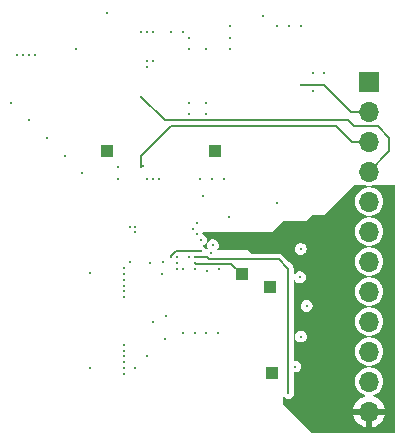
<source format=gbr>
%TF.GenerationSoftware,KiCad,Pcbnew,8.0.4*%
%TF.CreationDate,2024-08-13T22:52:30+08:00*%
%TF.ProjectId,MAX30001_MINI,4d415833-3030-4303-915f-4d494e492e6b,rev?*%
%TF.SameCoordinates,Original*%
%TF.FileFunction,Copper,L3,Inr*%
%TF.FilePolarity,Positive*%
%FSLAX46Y46*%
G04 Gerber Fmt 4.6, Leading zero omitted, Abs format (unit mm)*
G04 Created by KiCad (PCBNEW 8.0.4) date 2024-08-13 22:52:30*
%MOMM*%
%LPD*%
G01*
G04 APERTURE LIST*
%TA.AperFunction,ComponentPad*%
%ADD10R,1.000000X1.000000*%
%TD*%
%TA.AperFunction,ComponentPad*%
%ADD11R,1.700000X1.700000*%
%TD*%
%TA.AperFunction,ComponentPad*%
%ADD12O,1.700000X1.700000*%
%TD*%
%TA.AperFunction,ViaPad*%
%ADD13C,0.300000*%
%TD*%
%TA.AperFunction,ViaPad*%
%ADD14C,0.200000*%
%TD*%
%TA.AperFunction,Conductor*%
%ADD15C,0.200000*%
%TD*%
G04 APERTURE END LIST*
D10*
%TO.N,Net-(C8-Pad2)*%
%TO.C,TP3*%
X192582800Y-134416800D03*
%TD*%
%TO.N,Net-(C9-Pad2)*%
%TO.C,TP4*%
X192379600Y-127152400D03*
%TD*%
D11*
%TO.N,3V3_D*%
%TO.C,J4*%
X200787000Y-109728000D03*
D12*
%TO.N,GNDD*%
X200787000Y-112268000D03*
%TO.N,1V8_A*%
X200787000Y-114808000D03*
%TO.N,GNDA*%
X200787000Y-117348000D03*
%TO.N,Net-(J4-Pin_5)*%
X200787000Y-119888000D03*
%TO.N,Net-(J4-Pin_6)*%
X200787000Y-122428000D03*
%TO.N,Net-(J4-Pin_7)*%
X200787000Y-124968000D03*
%TO.N,Net-(J4-Pin_8)*%
X200787000Y-127508000D03*
%TO.N,Net-(J4-Pin_9)*%
X200787000Y-130048000D03*
%TO.N,Net-(J4-Pin_10)*%
X200787000Y-132588000D03*
%TO.N,5V0_IN*%
X200787000Y-135128000D03*
%TO.N,GND*%
X200787000Y-137668000D03*
%TD*%
D10*
%TO.N,Net-(JP8-A)*%
%TO.C,TP1*%
X187706000Y-115570000D03*
%TD*%
%TO.N,Net-(U2-AOUT)*%
%TO.C,TP2*%
X190000000Y-126034800D03*
%TD*%
%TO.N,Net-(JP9-A)*%
%TO.C,TP5*%
X178562000Y-115570000D03*
%TD*%
D13*
%TO.N,GNDA*%
X179500000Y-117000000D03*
X179500000Y-118000000D03*
%TO.N,GND*%
X191000000Y-124000000D03*
X194500000Y-132500000D03*
X194500000Y-129500000D03*
X194500000Y-130500000D03*
X196000000Y-122000000D03*
X195000000Y-122000000D03*
X202500000Y-139000000D03*
X197500000Y-139000000D03*
X196000000Y-139000000D03*
X195000000Y-138000000D03*
%TO.N,BIP*%
X177164400Y-133959600D03*
%TO.N,BIN*%
X177164400Y-125933200D03*
%TO.N,GNDD*%
X185500000Y-106000000D03*
X185000000Y-105500000D03*
X184000000Y-105500000D03*
X187000000Y-107000000D03*
X185500000Y-107000000D03*
X185500000Y-111500000D03*
X185500000Y-112500000D03*
X187000000Y-112500000D03*
X187000000Y-111500000D03*
X196000000Y-110500000D03*
X196000000Y-109000000D03*
X197000000Y-109000000D03*
X195000000Y-105000000D03*
X194000000Y-105000000D03*
X193000000Y-105000000D03*
X189000000Y-107000000D03*
X189000000Y-106000000D03*
X189000000Y-105000000D03*
X186500000Y-118000000D03*
X187500000Y-118000000D03*
X188500000Y-118000000D03*
X195000000Y-110000000D03*
%TO.N,GNDA*%
X181000000Y-134000000D03*
X183500000Y-131500000D03*
X182000000Y-133000000D03*
X176500000Y-117500000D03*
X175000000Y-116000000D03*
X173500000Y-114500000D03*
X172000000Y-113000000D03*
X170500000Y-111500000D03*
X176000000Y-107000000D03*
X182000000Y-108500000D03*
X182000000Y-108000000D03*
X182500000Y-108000000D03*
X182500000Y-105500000D03*
X182000000Y-105500000D03*
X181500000Y-105500000D03*
X171000000Y-107500000D03*
X171500000Y-107500000D03*
X172000000Y-107500000D03*
X172500000Y-107500000D03*
X182500000Y-118000000D03*
X180500000Y-122000000D03*
X181000000Y-122500000D03*
X181000000Y-122000000D03*
X180000000Y-134500000D03*
X180000000Y-134000000D03*
X180000000Y-133500000D03*
X180000000Y-133000000D03*
X180000000Y-132500000D03*
X180000000Y-132000000D03*
X180000000Y-128000000D03*
X180000000Y-127500000D03*
X180000000Y-127000000D03*
X180000000Y-126500000D03*
X180000000Y-126000000D03*
X180000000Y-125500000D03*
X185000000Y-131000000D03*
X186000000Y-131000000D03*
X187000000Y-131000000D03*
X188000000Y-131000000D03*
X183000000Y-118000000D03*
X182000000Y-118000000D03*
X180500000Y-125000000D03*
X181500000Y-111000000D03*
%TO.N,1V8_A*%
X181610000Y-116855000D03*
%TO.N,GNDD*%
X186690000Y-119380000D03*
D14*
X184556400Y-125120400D03*
D13*
%TO.N,Net-(U2-VREF)*%
X187401200Y-124256800D03*
%TO.N,INT2B*%
X194513200Y-133858000D03*
%TO.N,SDO*%
X195013200Y-131318000D03*
%TO.N,SDI*%
X195485154Y-128720306D03*
%TO.N,SCLK*%
X194919602Y-126282131D03*
%TO.N,CSB*%
X194989257Y-123901214D03*
D14*
%TO.N,Net-(U2-AOUT)*%
X186039000Y-125111000D03*
D13*
%TO.N,INTB*%
X193954398Y-136093200D03*
%TO.N,CSB*%
X186183956Y-121714207D03*
D14*
%TO.N,1V8_A*%
X184048400Y-124612400D03*
X186537600Y-124104400D03*
D13*
%TO.N,INT2B*%
X187553600Y-123596396D03*
D14*
%TO.N,INTB*%
X186047029Y-124610463D03*
D13*
%TO.N,SDO*%
X186537590Y-123145752D03*
%TO.N,SDI*%
X186182000Y-122659948D03*
%TO.N,SCLK*%
X185831802Y-122179402D03*
%TO.N,Net-(U2-VCM)*%
X188053600Y-125620400D03*
X182270400Y-125069600D03*
D14*
%TO.N,GNDA*%
X185064400Y-125577600D03*
D13*
%TO.N,FCLK*%
X193000000Y-120000000D03*
%TO.N,3V3_D*%
X188925194Y-121156781D03*
%TO.N,BIP*%
X182524400Y-130107455D03*
%TO.N,BIN*%
X183557055Y-129607455D03*
D14*
%TO.N,Net-(U2-CAPN)*%
X184556400Y-125628400D03*
D13*
%TO.N,Net-(U2-CAPP)*%
X183235600Y-126026800D03*
%TO.N,Net-(U2-CPLL)*%
X183368089Y-124976000D03*
%TO.N,Net-(U2-VBG)*%
X187022405Y-125737512D03*
D14*
%TO.N,3V3_D*%
X185541326Y-124609769D03*
%TO.N,FCLK*%
X184536984Y-124613655D03*
D13*
%TO.N,5V0_IN*%
X191770000Y-104140000D03*
X178562000Y-103886000D03*
D14*
%TO.N,RBIAS*%
X186029600Y-125628400D03*
%TD*%
D15*
%TO.N,GNDD*%
X200787000Y-112268000D02*
X199268000Y-112268000D01*
X199268000Y-112268000D02*
X197000000Y-110000000D01*
X197000000Y-110000000D02*
X195000000Y-110000000D01*
%TO.N,Net-(U2-AOUT)*%
X186084800Y-125156800D02*
X189122000Y-125156800D01*
X186039000Y-125111000D02*
X186084800Y-125156800D01*
X189122000Y-125156800D02*
X190000000Y-126034800D01*
%TO.N,GNDA*%
X200787000Y-117348000D02*
X202500000Y-115635000D01*
X201500000Y-113500000D02*
X199500000Y-113500000D01*
X199000000Y-113000000D02*
X183500000Y-113000000D01*
X202500000Y-114500000D02*
X201500000Y-113500000D01*
X202500000Y-115635000D02*
X202500000Y-114500000D01*
X199500000Y-113500000D02*
X199000000Y-113000000D01*
X183500000Y-113000000D02*
X181500000Y-111000000D01*
%TO.N,1V8_A*%
X199308000Y-114808000D02*
X198000000Y-113500000D01*
X200787000Y-114808000D02*
X199308000Y-114808000D01*
X181500000Y-116000000D02*
X181500000Y-116965000D01*
X198000000Y-113500000D02*
X184000000Y-113500000D01*
X184000000Y-113500000D02*
X181500000Y-116000000D01*
X181500000Y-116965000D02*
X181610000Y-116855000D01*
%TO.N,INTB*%
X193149600Y-124756800D02*
X193954398Y-125561598D01*
X193954398Y-125561598D02*
X193954398Y-136093200D01*
X187047756Y-124610463D02*
X187194093Y-124756800D01*
X187194093Y-124756800D02*
X193149600Y-124756800D01*
X186047029Y-124610463D02*
X187047756Y-124610463D01*
%TO.N,1V8_A*%
X186537600Y-124104400D02*
X184445198Y-124104400D01*
X184445198Y-124104400D02*
X184048400Y-124501198D01*
X184048400Y-124501198D02*
X184048400Y-124612400D01*
%TD*%
%TA.AperFunction,Conductor*%
%TO.N,GND*%
G36*
X200445936Y-118503308D02*
G01*
X200457060Y-118507618D01*
X200675757Y-118548500D01*
X200675759Y-118548500D01*
X200898241Y-118548500D01*
X200898243Y-118548500D01*
X201116940Y-118507618D01*
X201128063Y-118503308D01*
X201145763Y-118500000D01*
X202951000Y-118500000D01*
X202985648Y-118514352D01*
X203000000Y-118549000D01*
X203000000Y-139451000D01*
X202985648Y-139485648D01*
X202951000Y-139500000D01*
X196020296Y-139500000D01*
X195985648Y-139485648D01*
X193917999Y-137417999D01*
X199456363Y-137417999D01*
X199456364Y-137418000D01*
X200353988Y-137418000D01*
X200321075Y-137475007D01*
X200287000Y-137602174D01*
X200287000Y-137733826D01*
X200321075Y-137860993D01*
X200353988Y-137918000D01*
X199456363Y-137918000D01*
X199513566Y-138131483D01*
X199513568Y-138131488D01*
X199613398Y-138345577D01*
X199613405Y-138345589D01*
X199748885Y-138539072D01*
X199748891Y-138539079D01*
X199915920Y-138706108D01*
X199915927Y-138706114D01*
X200109410Y-138841594D01*
X200109422Y-138841601D01*
X200323511Y-138941431D01*
X200323516Y-138941433D01*
X200537000Y-138998634D01*
X200537000Y-138101012D01*
X200594007Y-138133925D01*
X200721174Y-138168000D01*
X200852826Y-138168000D01*
X200979993Y-138133925D01*
X201037000Y-138101012D01*
X201037000Y-138998634D01*
X201250483Y-138941433D01*
X201250488Y-138941431D01*
X201464577Y-138841601D01*
X201464589Y-138841594D01*
X201658072Y-138706114D01*
X201658079Y-138706108D01*
X201825108Y-138539079D01*
X201825114Y-138539072D01*
X201960594Y-138345589D01*
X201960601Y-138345577D01*
X202060431Y-138131488D01*
X202060433Y-138131483D01*
X202117636Y-137918000D01*
X201220012Y-137918000D01*
X201252925Y-137860993D01*
X201287000Y-137733826D01*
X201287000Y-137602174D01*
X201252925Y-137475007D01*
X201220012Y-137418000D01*
X202117636Y-137418000D01*
X202117636Y-137417999D01*
X202060433Y-137204516D01*
X202060432Y-137204511D01*
X201960601Y-136990423D01*
X201960594Y-136990411D01*
X201825114Y-136796927D01*
X201825108Y-136796920D01*
X201658079Y-136629891D01*
X201658072Y-136629885D01*
X201464589Y-136494405D01*
X201464577Y-136494398D01*
X201250488Y-136394568D01*
X201250483Y-136394566D01*
X201153255Y-136368514D01*
X201123502Y-136345684D01*
X201118607Y-136308502D01*
X201141437Y-136278749D01*
X201148226Y-136275497D01*
X201324401Y-136207247D01*
X201513562Y-136090124D01*
X201677981Y-135940236D01*
X201812058Y-135762689D01*
X201911229Y-135563528D01*
X201972115Y-135349536D01*
X201992643Y-135128000D01*
X201972115Y-134906464D01*
X201911229Y-134692472D01*
X201812058Y-134493311D01*
X201710253Y-134358499D01*
X201677983Y-134315766D01*
X201677980Y-134315763D01*
X201513566Y-134165879D01*
X201513563Y-134165877D01*
X201513562Y-134165876D01*
X201324401Y-134048753D01*
X201324398Y-134048752D01*
X201324397Y-134048751D01*
X201199727Y-134000454D01*
X201116940Y-133968382D01*
X200898243Y-133927500D01*
X200675757Y-133927500D01*
X200457060Y-133968382D01*
X200457055Y-133968384D01*
X200249602Y-134048751D01*
X200060433Y-134165879D01*
X199896019Y-134315763D01*
X199896016Y-134315766D01*
X199761943Y-134493309D01*
X199761940Y-134493313D01*
X199662773Y-134692466D01*
X199662770Y-134692473D01*
X199601885Y-134906461D01*
X199601884Y-134906467D01*
X199581357Y-135128000D01*
X199601884Y-135349532D01*
X199601885Y-135349538D01*
X199662770Y-135563526D01*
X199662773Y-135563533D01*
X199761940Y-135762686D01*
X199761943Y-135762690D01*
X199896016Y-135940233D01*
X199896019Y-135940236D01*
X200060433Y-136090120D01*
X200060434Y-136090121D01*
X200060438Y-136090124D01*
X200249599Y-136207247D01*
X200425763Y-136275493D01*
X200452887Y-136301392D01*
X200453753Y-136338885D01*
X200427854Y-136366009D01*
X200420744Y-136368514D01*
X200323516Y-136394566D01*
X200323511Y-136394567D01*
X200109423Y-136494398D01*
X200109411Y-136494405D01*
X199915927Y-136629885D01*
X199915920Y-136629891D01*
X199748891Y-136796920D01*
X199748885Y-136796927D01*
X199613405Y-136990411D01*
X199613398Y-136990423D01*
X199513567Y-137204511D01*
X199513566Y-137204516D01*
X199456363Y-137417999D01*
X193917999Y-137417999D01*
X193514352Y-137014352D01*
X193500000Y-136979704D01*
X193500000Y-136464456D01*
X193514352Y-136429808D01*
X193549000Y-136415456D01*
X193583648Y-136429808D01*
X193586032Y-136432368D01*
X193623270Y-136475343D01*
X193744345Y-136553153D01*
X193821183Y-136575714D01*
X193882432Y-136593699D01*
X193882435Y-136593699D01*
X193882437Y-136593700D01*
X193882438Y-136593700D01*
X194026358Y-136593700D01*
X194026359Y-136593700D01*
X194026361Y-136593699D01*
X194026363Y-136593699D01*
X194049193Y-136586995D01*
X194164451Y-136553153D01*
X194285526Y-136475343D01*
X194379775Y-136366573D01*
X194439563Y-136235657D01*
X194439563Y-136235655D01*
X194439564Y-136235654D01*
X194460045Y-136093202D01*
X194460045Y-136093197D01*
X194439563Y-135950744D01*
X194439563Y-135950742D01*
X194409326Y-135884532D01*
X194404898Y-135864177D01*
X194404898Y-134407500D01*
X194419250Y-134372852D01*
X194453898Y-134358500D01*
X194585160Y-134358500D01*
X194585161Y-134358500D01*
X194585163Y-134358499D01*
X194585165Y-134358499D01*
X194607995Y-134351795D01*
X194723253Y-134317953D01*
X194844328Y-134240143D01*
X194938577Y-134131373D01*
X194998365Y-134000457D01*
X194998365Y-134000455D01*
X194998366Y-134000454D01*
X195018847Y-133858002D01*
X195018847Y-133857997D01*
X194998366Y-133715545D01*
X194976309Y-133667248D01*
X194938577Y-133584627D01*
X194931298Y-133576227D01*
X194844328Y-133475857D01*
X194723253Y-133398047D01*
X194723250Y-133398046D01*
X194585165Y-133357500D01*
X194585161Y-133357500D01*
X194453898Y-133357500D01*
X194419250Y-133343148D01*
X194404898Y-133308500D01*
X194404898Y-132588000D01*
X199581357Y-132588000D01*
X199601884Y-132809532D01*
X199601885Y-132809538D01*
X199662770Y-133023526D01*
X199662773Y-133023533D01*
X199761940Y-133222686D01*
X199761943Y-133222690D01*
X199896016Y-133400233D01*
X199896019Y-133400236D01*
X200060433Y-133550120D01*
X200060434Y-133550121D01*
X200060438Y-133550124D01*
X200249599Y-133667247D01*
X200457060Y-133747618D01*
X200675757Y-133788500D01*
X200675759Y-133788500D01*
X200898241Y-133788500D01*
X200898243Y-133788500D01*
X201116940Y-133747618D01*
X201324401Y-133667247D01*
X201513562Y-133550124D01*
X201677981Y-133400236D01*
X201812058Y-133222689D01*
X201911229Y-133023528D01*
X201972115Y-132809536D01*
X201992643Y-132588000D01*
X201972115Y-132366464D01*
X201911229Y-132152472D01*
X201812058Y-131953311D01*
X201710253Y-131818499D01*
X201677983Y-131775766D01*
X201677980Y-131775763D01*
X201513566Y-131625879D01*
X201513563Y-131625877D01*
X201513562Y-131625876D01*
X201324401Y-131508753D01*
X201324398Y-131508752D01*
X201324397Y-131508751D01*
X201198434Y-131459953D01*
X201116940Y-131428382D01*
X200898243Y-131387500D01*
X200675757Y-131387500D01*
X200457060Y-131428382D01*
X200457055Y-131428384D01*
X200249602Y-131508751D01*
X200060433Y-131625879D01*
X199896019Y-131775763D01*
X199896016Y-131775766D01*
X199761943Y-131953309D01*
X199761940Y-131953313D01*
X199662773Y-132152466D01*
X199662770Y-132152473D01*
X199601885Y-132366461D01*
X199601884Y-132366467D01*
X199581357Y-132588000D01*
X194404898Y-132588000D01*
X194404898Y-131317997D01*
X194507553Y-131317997D01*
X194507553Y-131318002D01*
X194528033Y-131460454D01*
X194546322Y-131500500D01*
X194587823Y-131591373D01*
X194587824Y-131591374D01*
X194587825Y-131591376D01*
X194617722Y-131625879D01*
X194682072Y-131700143D01*
X194803147Y-131777953D01*
X194879985Y-131800514D01*
X194941234Y-131818499D01*
X194941237Y-131818499D01*
X194941239Y-131818500D01*
X194941240Y-131818500D01*
X195085160Y-131818500D01*
X195085161Y-131818500D01*
X195085163Y-131818499D01*
X195085165Y-131818499D01*
X195107995Y-131811795D01*
X195223253Y-131777953D01*
X195344328Y-131700143D01*
X195438577Y-131591373D01*
X195498365Y-131460457D01*
X195498365Y-131460455D01*
X195498366Y-131460454D01*
X195518847Y-131318002D01*
X195518847Y-131317997D01*
X195498366Y-131175545D01*
X195476309Y-131127248D01*
X195438577Y-131044627D01*
X195433940Y-131039276D01*
X195344328Y-130935857D01*
X195223253Y-130858047D01*
X195221537Y-130857543D01*
X195085165Y-130817500D01*
X195085161Y-130817500D01*
X194941239Y-130817500D01*
X194941234Y-130817500D01*
X194803149Y-130858046D01*
X194682071Y-130935857D01*
X194587825Y-131044623D01*
X194587824Y-131044625D01*
X194528033Y-131175545D01*
X194507553Y-131317997D01*
X194404898Y-131317997D01*
X194404898Y-130048000D01*
X199581357Y-130048000D01*
X199601884Y-130269532D01*
X199601885Y-130269538D01*
X199662770Y-130483526D01*
X199662773Y-130483533D01*
X199761940Y-130682686D01*
X199761943Y-130682690D01*
X199896016Y-130860233D01*
X199896019Y-130860236D01*
X200060433Y-131010120D01*
X200060434Y-131010121D01*
X200060438Y-131010124D01*
X200249599Y-131127247D01*
X200457060Y-131207618D01*
X200675757Y-131248500D01*
X200675759Y-131248500D01*
X200898241Y-131248500D01*
X200898243Y-131248500D01*
X201116940Y-131207618D01*
X201324401Y-131127247D01*
X201513562Y-131010124D01*
X201677981Y-130860236D01*
X201812058Y-130682689D01*
X201911229Y-130483528D01*
X201972115Y-130269536D01*
X201992643Y-130048000D01*
X201972115Y-129826464D01*
X201911229Y-129612472D01*
X201812058Y-129413311D01*
X201677981Y-129235764D01*
X201531741Y-129102448D01*
X201513566Y-129085879D01*
X201513563Y-129085877D01*
X201513562Y-129085876D01*
X201324401Y-128968753D01*
X201324398Y-128968752D01*
X201324397Y-128968751D01*
X201220670Y-128928567D01*
X201116940Y-128888382D01*
X200898243Y-128847500D01*
X200675757Y-128847500D01*
X200457060Y-128888382D01*
X200457055Y-128888384D01*
X200249602Y-128968751D01*
X200060433Y-129085879D01*
X199896019Y-129235763D01*
X199896016Y-129235766D01*
X199761943Y-129413309D01*
X199761940Y-129413313D01*
X199662773Y-129612466D01*
X199662770Y-129612473D01*
X199601885Y-129826461D01*
X199601884Y-129826467D01*
X199581357Y-130048000D01*
X194404898Y-130048000D01*
X194404898Y-128720303D01*
X194979507Y-128720303D01*
X194979507Y-128720308D01*
X194999987Y-128862760D01*
X195032089Y-128933052D01*
X195059777Y-128993679D01*
X195059778Y-128993680D01*
X195059779Y-128993682D01*
X195139668Y-129085879D01*
X195154026Y-129102449D01*
X195275101Y-129180259D01*
X195351939Y-129202820D01*
X195413188Y-129220805D01*
X195413191Y-129220805D01*
X195413193Y-129220806D01*
X195413194Y-129220806D01*
X195557114Y-129220806D01*
X195557115Y-129220806D01*
X195557117Y-129220805D01*
X195557119Y-129220805D01*
X195579949Y-129214101D01*
X195695207Y-129180259D01*
X195816282Y-129102449D01*
X195910531Y-128993679D01*
X195970319Y-128862763D01*
X195970319Y-128862761D01*
X195970320Y-128862760D01*
X195990801Y-128720308D01*
X195990801Y-128720303D01*
X195970320Y-128577851D01*
X195965905Y-128568185D01*
X195910531Y-128446933D01*
X195816282Y-128338163D01*
X195695207Y-128260353D01*
X195695204Y-128260352D01*
X195557119Y-128219806D01*
X195557115Y-128219806D01*
X195413193Y-128219806D01*
X195413188Y-128219806D01*
X195275103Y-128260352D01*
X195154025Y-128338163D01*
X195059779Y-128446929D01*
X195059778Y-128446931D01*
X194999987Y-128577851D01*
X194979507Y-128720303D01*
X194404898Y-128720303D01*
X194404898Y-127508000D01*
X199581357Y-127508000D01*
X199601884Y-127729532D01*
X199601885Y-127729538D01*
X199662770Y-127943526D01*
X199662773Y-127943533D01*
X199761940Y-128142686D01*
X199761943Y-128142690D01*
X199896016Y-128320233D01*
X199896019Y-128320236D01*
X200060433Y-128470120D01*
X200060434Y-128470121D01*
X200060438Y-128470124D01*
X200249599Y-128587247D01*
X200457060Y-128667618D01*
X200675757Y-128708500D01*
X200675759Y-128708500D01*
X200898241Y-128708500D01*
X200898243Y-128708500D01*
X201116940Y-128667618D01*
X201324401Y-128587247D01*
X201513562Y-128470124D01*
X201677981Y-128320236D01*
X201812058Y-128142689D01*
X201911229Y-127943528D01*
X201972115Y-127729536D01*
X201992643Y-127508000D01*
X201972115Y-127286464D01*
X201911229Y-127072472D01*
X201812058Y-126873311D01*
X201712960Y-126742084D01*
X201677983Y-126695766D01*
X201677980Y-126695763D01*
X201513566Y-126545879D01*
X201513563Y-126545877D01*
X201513562Y-126545876D01*
X201324401Y-126428753D01*
X201324398Y-126428752D01*
X201324397Y-126428751D01*
X201155197Y-126363203D01*
X201116940Y-126348382D01*
X200898243Y-126307500D01*
X200675757Y-126307500D01*
X200457060Y-126348382D01*
X200457055Y-126348384D01*
X200249602Y-126428751D01*
X200060433Y-126545879D01*
X199896019Y-126695763D01*
X199896016Y-126695766D01*
X199761943Y-126873309D01*
X199761940Y-126873313D01*
X199662773Y-127072466D01*
X199662770Y-127072473D01*
X199601885Y-127286461D01*
X199601884Y-127286467D01*
X199581357Y-127508000D01*
X194404898Y-127508000D01*
X194404898Y-126583387D01*
X194419250Y-126548739D01*
X194453898Y-126534387D01*
X194488546Y-126548739D01*
X194491890Y-126552890D01*
X194491930Y-126552856D01*
X194549365Y-126619140D01*
X194588474Y-126664274D01*
X194709549Y-126742084D01*
X194786387Y-126764645D01*
X194847636Y-126782630D01*
X194847639Y-126782630D01*
X194847641Y-126782631D01*
X194847642Y-126782631D01*
X194991562Y-126782631D01*
X194991563Y-126782631D01*
X194991565Y-126782630D01*
X194991567Y-126782630D01*
X195014397Y-126775926D01*
X195129655Y-126742084D01*
X195250730Y-126664274D01*
X195344979Y-126555504D01*
X195404767Y-126424588D01*
X195404767Y-126424586D01*
X195404768Y-126424585D01*
X195425249Y-126282133D01*
X195425249Y-126282128D01*
X195404768Y-126139676D01*
X195396193Y-126120900D01*
X195344979Y-126008758D01*
X195329842Y-125991289D01*
X195250730Y-125899988D01*
X195241059Y-125893773D01*
X195129655Y-125822178D01*
X195127016Y-125821403D01*
X194991567Y-125781631D01*
X194991563Y-125781631D01*
X194847641Y-125781631D01*
X194847636Y-125781631D01*
X194709551Y-125822177D01*
X194709549Y-125822177D01*
X194709549Y-125822178D01*
X194672324Y-125846100D01*
X194588473Y-125899988D01*
X194491930Y-126011406D01*
X194490760Y-126010392D01*
X194464313Y-126028754D01*
X194427406Y-126022095D01*
X194406018Y-125991289D01*
X194404898Y-125980874D01*
X194404898Y-125502286D01*
X194375867Y-125393944D01*
X194375866Y-125393940D01*
X194375866Y-125393941D01*
X194374197Y-125387712D01*
X194374197Y-125387711D01*
X194314887Y-125284984D01*
X193997903Y-124968000D01*
X199581357Y-124968000D01*
X199601884Y-125189532D01*
X199601885Y-125189538D01*
X199662770Y-125403526D01*
X199662773Y-125403533D01*
X199761940Y-125602686D01*
X199761943Y-125602690D01*
X199896016Y-125780233D01*
X199896019Y-125780236D01*
X200060433Y-125930120D01*
X200060434Y-125930121D01*
X200060438Y-125930124D01*
X200249599Y-126047247D01*
X200457060Y-126127618D01*
X200675757Y-126168500D01*
X200675759Y-126168500D01*
X200898241Y-126168500D01*
X200898243Y-126168500D01*
X201116940Y-126127618D01*
X201324401Y-126047247D01*
X201513562Y-125930124D01*
X201677981Y-125780236D01*
X201812058Y-125602689D01*
X201911229Y-125403528D01*
X201972115Y-125189536D01*
X201992643Y-124968000D01*
X201972115Y-124746464D01*
X201911229Y-124532472D01*
X201812058Y-124333311D01*
X201692198Y-124174590D01*
X201677983Y-124155766D01*
X201677980Y-124155763D01*
X201513566Y-124005879D01*
X201513563Y-124005877D01*
X201513562Y-124005876D01*
X201324401Y-123888753D01*
X201324398Y-123888752D01*
X201324397Y-123888751D01*
X201203439Y-123841892D01*
X201116940Y-123808382D01*
X200898243Y-123767500D01*
X200675757Y-123767500D01*
X200457060Y-123808382D01*
X200457055Y-123808384D01*
X200249602Y-123888751D01*
X200060433Y-124005879D01*
X199896019Y-124155763D01*
X199896016Y-124155766D01*
X199761943Y-124333309D01*
X199761940Y-124333313D01*
X199662773Y-124532466D01*
X199662770Y-124532473D01*
X199601885Y-124746461D01*
X199601884Y-124746467D01*
X199581357Y-124968000D01*
X193997903Y-124968000D01*
X193426214Y-124396311D01*
X193323488Y-124337001D01*
X193323486Y-124337000D01*
X193299273Y-124330513D01*
X193269151Y-124322442D01*
X193208911Y-124306300D01*
X193208909Y-124306300D01*
X190826596Y-124306300D01*
X190791948Y-124291948D01*
X190500000Y-124000000D01*
X187973427Y-124000000D01*
X187938779Y-123985648D01*
X187924427Y-123951000D01*
X187936395Y-123918912D01*
X187951733Y-123901211D01*
X194483610Y-123901211D01*
X194483610Y-123901216D01*
X194504090Y-124043668D01*
X194536192Y-124113960D01*
X194563880Y-124174587D01*
X194563881Y-124174588D01*
X194563882Y-124174590D01*
X194607202Y-124224584D01*
X194658129Y-124283357D01*
X194779204Y-124361167D01*
X194856042Y-124383728D01*
X194917291Y-124401713D01*
X194917294Y-124401713D01*
X194917296Y-124401714D01*
X194917297Y-124401714D01*
X195061217Y-124401714D01*
X195061218Y-124401714D01*
X195061220Y-124401713D01*
X195061222Y-124401713D01*
X195084052Y-124395009D01*
X195199310Y-124361167D01*
X195320385Y-124283357D01*
X195414634Y-124174587D01*
X195474422Y-124043671D01*
X195474422Y-124043669D01*
X195474423Y-124043668D01*
X195494904Y-123901216D01*
X195494904Y-123901211D01*
X195474423Y-123758759D01*
X195456554Y-123719633D01*
X195414634Y-123627841D01*
X195396758Y-123607211D01*
X195320385Y-123519071D01*
X195301986Y-123507247D01*
X195199310Y-123441261D01*
X195199307Y-123441260D01*
X195061222Y-123400714D01*
X195061218Y-123400714D01*
X194917296Y-123400714D01*
X194917291Y-123400714D01*
X194779206Y-123441260D01*
X194779204Y-123441260D01*
X194779204Y-123441261D01*
X194741979Y-123465183D01*
X194658128Y-123519071D01*
X194563882Y-123627837D01*
X194563881Y-123627839D01*
X194504090Y-123758759D01*
X194483610Y-123901211D01*
X187951733Y-123901211D01*
X187962529Y-123888751D01*
X187978977Y-123869769D01*
X188038765Y-123738853D01*
X188038765Y-123738851D01*
X188038766Y-123738850D01*
X188059247Y-123596398D01*
X188059247Y-123596393D01*
X188038766Y-123453941D01*
X188022866Y-123419125D01*
X187978977Y-123323023D01*
X187884728Y-123214253D01*
X187763653Y-123136443D01*
X187763650Y-123136442D01*
X187625565Y-123095896D01*
X187625561Y-123095896D01*
X187481639Y-123095896D01*
X187481634Y-123095896D01*
X187343549Y-123136442D01*
X187222471Y-123214253D01*
X187128225Y-123323019D01*
X187128224Y-123323021D01*
X187068433Y-123453941D01*
X187047953Y-123596393D01*
X187047953Y-123596398D01*
X187068434Y-123738851D01*
X187068434Y-123738853D01*
X187099115Y-123806034D01*
X187100454Y-123843513D01*
X187081036Y-123867609D01*
X187070074Y-123874654D01*
X187070072Y-123874656D01*
X187028161Y-123923024D01*
X186994624Y-123939811D01*
X186959041Y-123927968D01*
X186948695Y-123915438D01*
X186940480Y-123901211D01*
X186939640Y-123899755D01*
X186937507Y-123895618D01*
X186927934Y-123874656D01*
X186920482Y-123858337D01*
X186909297Y-123845429D01*
X186903892Y-123837838D01*
X186898093Y-123827793D01*
X186898090Y-123827790D01*
X186898089Y-123827787D01*
X186868782Y-123798480D01*
X186866398Y-123795920D01*
X186835648Y-123760432D01*
X186835646Y-123760431D01*
X186826327Y-123754442D01*
X186818170Y-123747868D01*
X186814216Y-123743914D01*
X186814213Y-123743911D01*
X186814209Y-123743909D01*
X186814207Y-123743907D01*
X186773181Y-123720221D01*
X186771190Y-123719007D01*
X186733055Y-123694499D01*
X186711666Y-123663694D01*
X186718325Y-123626787D01*
X186744476Y-123607211D01*
X186744454Y-123607162D01*
X186744680Y-123607058D01*
X186745743Y-123606262D01*
X186747643Y-123605705D01*
X186868718Y-123527895D01*
X186962967Y-123419125D01*
X187022755Y-123288209D01*
X187022755Y-123288207D01*
X187022756Y-123288206D01*
X187043237Y-123145754D01*
X187043237Y-123145749D01*
X187022756Y-123003297D01*
X187014696Y-122985648D01*
X186962967Y-122872379D01*
X186868718Y-122763609D01*
X186747643Y-122685799D01*
X186747640Y-122685798D01*
X186719097Y-122677417D01*
X186689896Y-122653885D01*
X186684401Y-122637377D01*
X186673384Y-122560746D01*
X186672698Y-122555973D01*
X186681973Y-122519635D01*
X186714226Y-122500499D01*
X186721199Y-122500000D01*
X192499999Y-122500000D01*
X192500000Y-122500000D01*
X192572000Y-122428000D01*
X199581357Y-122428000D01*
X199601884Y-122649532D01*
X199601885Y-122649538D01*
X199662770Y-122863526D01*
X199662773Y-122863533D01*
X199761940Y-123062686D01*
X199761943Y-123062690D01*
X199896016Y-123240233D01*
X199896019Y-123240236D01*
X200060433Y-123390120D01*
X200060434Y-123390121D01*
X200060438Y-123390124D01*
X200249599Y-123507247D01*
X200457060Y-123587618D01*
X200675757Y-123628500D01*
X200675759Y-123628500D01*
X200898241Y-123628500D01*
X200898243Y-123628500D01*
X201116940Y-123587618D01*
X201324401Y-123507247D01*
X201513562Y-123390124D01*
X201677981Y-123240236D01*
X201812058Y-123062689D01*
X201911229Y-122863528D01*
X201972115Y-122649536D01*
X201992643Y-122428000D01*
X201972115Y-122206464D01*
X201911229Y-121992472D01*
X201812058Y-121793311D01*
X201677981Y-121615764D01*
X201566738Y-121514352D01*
X201513566Y-121465879D01*
X201513563Y-121465877D01*
X201513562Y-121465876D01*
X201324401Y-121348753D01*
X201324398Y-121348752D01*
X201324397Y-121348751D01*
X201220670Y-121308567D01*
X201116940Y-121268382D01*
X200898243Y-121227500D01*
X200675757Y-121227500D01*
X200457060Y-121268382D01*
X200457055Y-121268384D01*
X200249602Y-121348751D01*
X200060433Y-121465879D01*
X199896019Y-121615763D01*
X199896016Y-121615766D01*
X199761943Y-121793309D01*
X199761940Y-121793313D01*
X199662773Y-121992466D01*
X199662770Y-121992473D01*
X199601885Y-122206461D01*
X199601884Y-122206467D01*
X199581357Y-122428000D01*
X192572000Y-122428000D01*
X193485648Y-121514352D01*
X193520296Y-121500000D01*
X195499999Y-121500000D01*
X195500000Y-121500000D01*
X195985648Y-121014352D01*
X196020296Y-121000000D01*
X196999999Y-121000000D01*
X197000000Y-121000000D01*
X198112000Y-119888000D01*
X199581357Y-119888000D01*
X199601884Y-120109532D01*
X199601885Y-120109538D01*
X199662770Y-120323526D01*
X199662773Y-120323533D01*
X199761940Y-120522686D01*
X199761943Y-120522690D01*
X199896016Y-120700233D01*
X199896019Y-120700236D01*
X200060433Y-120850120D01*
X200060434Y-120850121D01*
X200060438Y-120850124D01*
X200249599Y-120967247D01*
X200457060Y-121047618D01*
X200675757Y-121088500D01*
X200675759Y-121088500D01*
X200898241Y-121088500D01*
X200898243Y-121088500D01*
X201116940Y-121047618D01*
X201324401Y-120967247D01*
X201513562Y-120850124D01*
X201677981Y-120700236D01*
X201812058Y-120522689D01*
X201911229Y-120323528D01*
X201972115Y-120109536D01*
X201992643Y-119888000D01*
X201972115Y-119666464D01*
X201911229Y-119452472D01*
X201812058Y-119253311D01*
X201677981Y-119075764D01*
X201677980Y-119075763D01*
X201513566Y-118925879D01*
X201513563Y-118925877D01*
X201513562Y-118925876D01*
X201324401Y-118808753D01*
X201324398Y-118808752D01*
X201324397Y-118808751D01*
X201220670Y-118768567D01*
X201116940Y-118728382D01*
X200898243Y-118687500D01*
X200675757Y-118687500D01*
X200457060Y-118728382D01*
X200457055Y-118728384D01*
X200249602Y-118808751D01*
X200060433Y-118925879D01*
X199896019Y-119075763D01*
X199896016Y-119075766D01*
X199761943Y-119253309D01*
X199761940Y-119253313D01*
X199662773Y-119452466D01*
X199662770Y-119452473D01*
X199601885Y-119666461D01*
X199601884Y-119666467D01*
X199581357Y-119888000D01*
X198112000Y-119888000D01*
X199485648Y-118514352D01*
X199520296Y-118500000D01*
X200428237Y-118500000D01*
X200445936Y-118503308D01*
G37*
%TD.AperFunction*%
%TD*%
M02*

</source>
